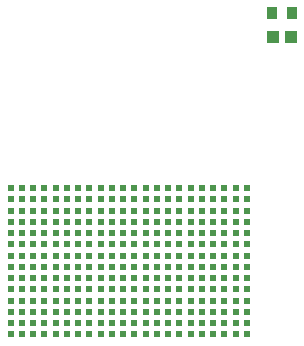
<source format=gtp>
G04 Layer: TopPasteMaskLayer*
G04 EasyEDA v6.5.34, 2023-09-20 23:46:50*
G04 f0f59a666a6c4c9db337fc43e0a80986,5a6b42c53f6a479593ecc07194224c93,10*
G04 Gerber Generator version 0.2*
G04 Scale: 100 percent, Rotated: No, Reflected: No *
G04 Dimensions in millimeters *
G04 leading zeros omitted , absolute positions ,4 integer and 5 decimal *
%FSLAX45Y45*%
%MOMM*%

%ADD10R,0.5500X0.5500*%
%ADD11R,1.0000X1.1000*%
%ADD12R,0.8999X1.0000*%

%LPD*%
D10*
G01*
X1930392Y4000492D03*
G01*
X2025413Y4000492D03*
G01*
X2025413Y4095513D03*
G01*
X1930392Y4095513D03*
G01*
X1930392Y3809992D03*
G01*
X2025413Y3809992D03*
G01*
X2025413Y3905013D03*
G01*
X1930392Y3905013D03*
G01*
X1930392Y3428992D03*
G01*
X2025413Y3428992D03*
G01*
X2025413Y3524013D03*
G01*
X1930392Y3524013D03*
G01*
X1930392Y3619492D03*
G01*
X2025413Y3619492D03*
G01*
X2025413Y3714513D03*
G01*
X1930392Y3714513D03*
G01*
X1930392Y3047992D03*
G01*
X2025413Y3047992D03*
G01*
X2025413Y3143013D03*
G01*
X1930392Y3143013D03*
G01*
X1930392Y3238492D03*
G01*
X2025413Y3238492D03*
G01*
X2025413Y3333513D03*
G01*
X1930392Y3333513D03*
G01*
X1930392Y2857492D03*
G01*
X2025413Y2857492D03*
G01*
X2025413Y2952513D03*
G01*
X1930392Y2952513D03*
G01*
X2120892Y2857492D03*
G01*
X2215913Y2857492D03*
G01*
X2215913Y2952513D03*
G01*
X2120892Y2952513D03*
G01*
X2120892Y3238492D03*
G01*
X2215913Y3238492D03*
G01*
X2215913Y3333513D03*
G01*
X2120892Y3333513D03*
G01*
X2120892Y3047992D03*
G01*
X2215913Y3047992D03*
G01*
X2215913Y3143013D03*
G01*
X2120892Y3143013D03*
G01*
X2120892Y3619492D03*
G01*
X2215913Y3619492D03*
G01*
X2215913Y3714513D03*
G01*
X2120892Y3714513D03*
G01*
X2120892Y3428992D03*
G01*
X2215913Y3428992D03*
G01*
X2215913Y3524013D03*
G01*
X2120892Y3524013D03*
G01*
X2120892Y3809992D03*
G01*
X2215913Y3809992D03*
G01*
X2215913Y3905013D03*
G01*
X2120892Y3905013D03*
G01*
X2120892Y4000492D03*
G01*
X2215913Y4000492D03*
G01*
X2215913Y4095513D03*
G01*
X2120892Y4095513D03*
G01*
X2311392Y2857492D03*
G01*
X2406413Y2857492D03*
G01*
X2406413Y2952513D03*
G01*
X2311392Y2952513D03*
G01*
X2311392Y3238492D03*
G01*
X2406413Y3238492D03*
G01*
X2406413Y3333513D03*
G01*
X2311392Y3333513D03*
G01*
X2311392Y3047992D03*
G01*
X2406413Y3047992D03*
G01*
X2406413Y3143013D03*
G01*
X2311392Y3143013D03*
G01*
X2311392Y3619492D03*
G01*
X2406413Y3619492D03*
G01*
X2406413Y3714513D03*
G01*
X2311392Y3714513D03*
G01*
X2311392Y3428992D03*
G01*
X2406413Y3428992D03*
G01*
X2406413Y3524013D03*
G01*
X2311392Y3524013D03*
G01*
X2311392Y3809992D03*
G01*
X2406413Y3809992D03*
G01*
X2406413Y3905013D03*
G01*
X2311392Y3905013D03*
G01*
X2311392Y4000492D03*
G01*
X2406413Y4000492D03*
G01*
X2406413Y4095513D03*
G01*
X2311392Y4095513D03*
G01*
X2501892Y2857492D03*
G01*
X2596913Y2857492D03*
G01*
X2596913Y2952513D03*
G01*
X2501892Y2952513D03*
G01*
X2501892Y3238492D03*
G01*
X2596913Y3238492D03*
G01*
X2596913Y3333513D03*
G01*
X2501892Y3333513D03*
G01*
X2501892Y3047992D03*
G01*
X2596913Y3047992D03*
G01*
X2596913Y3143013D03*
G01*
X2501892Y3143013D03*
G01*
X2501892Y3619492D03*
G01*
X2596913Y3619492D03*
G01*
X2596913Y3714513D03*
G01*
X2501892Y3714513D03*
G01*
X2501892Y3428992D03*
G01*
X2596913Y3428992D03*
G01*
X2596913Y3524013D03*
G01*
X2501892Y3524013D03*
G01*
X2501892Y3809992D03*
G01*
X2596913Y3809992D03*
G01*
X2596913Y3905013D03*
G01*
X2501892Y3905013D03*
G01*
X2501892Y4000492D03*
G01*
X2596913Y4000492D03*
G01*
X2596913Y4095513D03*
G01*
X2501892Y4095513D03*
G01*
X2692392Y2857492D03*
G01*
X2787413Y2857492D03*
G01*
X2787413Y2952513D03*
G01*
X2692392Y2952513D03*
G01*
X2692392Y3238492D03*
G01*
X2787413Y3238492D03*
G01*
X2787413Y3333513D03*
G01*
X2692392Y3333513D03*
G01*
X2692392Y3047992D03*
G01*
X2787413Y3047992D03*
G01*
X2787413Y3143013D03*
G01*
X2692392Y3143013D03*
G01*
X2692392Y3619492D03*
G01*
X2787413Y3619492D03*
G01*
X2787413Y3714513D03*
G01*
X2692392Y3714513D03*
G01*
X2692392Y3428992D03*
G01*
X2787413Y3428992D03*
G01*
X2787413Y3524013D03*
G01*
X2692392Y3524013D03*
G01*
X2692392Y3809992D03*
G01*
X2787413Y3809992D03*
G01*
X2787413Y3905013D03*
G01*
X2692392Y3905013D03*
G01*
X2692392Y4000492D03*
G01*
X2787413Y4000492D03*
G01*
X2787413Y4095513D03*
G01*
X2692392Y4095513D03*
G01*
X2882892Y2857492D03*
G01*
X2977913Y2857492D03*
G01*
X2977913Y2952513D03*
G01*
X2882892Y2952513D03*
G01*
X2882892Y3238492D03*
G01*
X2977913Y3238492D03*
G01*
X2977913Y3333513D03*
G01*
X2882892Y3333513D03*
G01*
X2882892Y3047992D03*
G01*
X2977913Y3047992D03*
G01*
X2977913Y3143013D03*
G01*
X2882892Y3143013D03*
G01*
X2882892Y3619492D03*
G01*
X2977913Y3619492D03*
G01*
X2977913Y3714513D03*
G01*
X2882892Y3714513D03*
G01*
X2882892Y3428992D03*
G01*
X2977913Y3428992D03*
G01*
X2977913Y3524013D03*
G01*
X2882892Y3524013D03*
G01*
X2882892Y3809992D03*
G01*
X2977913Y3809992D03*
G01*
X2977913Y3905013D03*
G01*
X2882892Y3905013D03*
G01*
X2882892Y4000492D03*
G01*
X2977913Y4000492D03*
G01*
X2977913Y4095513D03*
G01*
X2882892Y4095513D03*
G01*
X3835392Y4000492D03*
G01*
X3930413Y4000492D03*
G01*
X3930413Y4095513D03*
G01*
X3835392Y4095513D03*
G01*
X3835392Y3809992D03*
G01*
X3930413Y3809992D03*
G01*
X3930413Y3905013D03*
G01*
X3835392Y3905013D03*
G01*
X3835392Y3428992D03*
G01*
X3930413Y3428992D03*
G01*
X3930413Y3524013D03*
G01*
X3835392Y3524013D03*
G01*
X3835392Y3619492D03*
G01*
X3930413Y3619492D03*
G01*
X3930413Y3714513D03*
G01*
X3835392Y3714513D03*
G01*
X3835392Y3047992D03*
G01*
X3930413Y3047992D03*
G01*
X3930413Y3143013D03*
G01*
X3835392Y3143013D03*
G01*
X3835392Y3238492D03*
G01*
X3930413Y3238492D03*
G01*
X3930413Y3333513D03*
G01*
X3835392Y3333513D03*
G01*
X3835392Y2857492D03*
G01*
X3930413Y2857492D03*
G01*
X3930413Y2952513D03*
G01*
X3835392Y2952513D03*
G01*
X3644892Y4000492D03*
G01*
X3739913Y4000492D03*
G01*
X3739913Y4095513D03*
G01*
X3644892Y4095513D03*
G01*
X3644892Y3809992D03*
G01*
X3739913Y3809992D03*
G01*
X3739913Y3905013D03*
G01*
X3644892Y3905013D03*
G01*
X3644892Y3428992D03*
G01*
X3739913Y3428992D03*
G01*
X3739913Y3524013D03*
G01*
X3644892Y3524013D03*
G01*
X3644892Y3619492D03*
G01*
X3739913Y3619492D03*
G01*
X3739913Y3714513D03*
G01*
X3644892Y3714513D03*
G01*
X3644892Y3047992D03*
G01*
X3739913Y3047992D03*
G01*
X3739913Y3143013D03*
G01*
X3644892Y3143013D03*
G01*
X3644892Y3238492D03*
G01*
X3739913Y3238492D03*
G01*
X3739913Y3333513D03*
G01*
X3644892Y3333513D03*
G01*
X3644892Y2857492D03*
G01*
X3739913Y2857492D03*
G01*
X3739913Y2952513D03*
G01*
X3644892Y2952513D03*
G01*
X3454392Y4000492D03*
G01*
X3549413Y4000492D03*
G01*
X3549413Y4095513D03*
G01*
X3454392Y4095513D03*
G01*
X3454392Y3809992D03*
G01*
X3549413Y3809992D03*
G01*
X3549413Y3905013D03*
G01*
X3454392Y3905013D03*
G01*
X3454392Y3428992D03*
G01*
X3549413Y3428992D03*
G01*
X3549413Y3524013D03*
G01*
X3454392Y3524013D03*
G01*
X3454392Y3619492D03*
G01*
X3549413Y3619492D03*
G01*
X3549413Y3714513D03*
G01*
X3454392Y3714513D03*
G01*
X3454392Y3047992D03*
G01*
X3549413Y3047992D03*
G01*
X3549413Y3143013D03*
G01*
X3454392Y3143013D03*
G01*
X3454392Y3238492D03*
G01*
X3549413Y3238492D03*
G01*
X3549413Y3333513D03*
G01*
X3454392Y3333513D03*
G01*
X3454392Y2857492D03*
G01*
X3549413Y2857492D03*
G01*
X3549413Y2952513D03*
G01*
X3454392Y2952513D03*
G01*
X3263892Y4000492D03*
G01*
X3358913Y4000492D03*
G01*
X3358913Y4095513D03*
G01*
X3263892Y4095513D03*
G01*
X3263892Y3809992D03*
G01*
X3358913Y3809992D03*
G01*
X3358913Y3905013D03*
G01*
X3263892Y3905013D03*
G01*
X3263892Y3428992D03*
G01*
X3358913Y3428992D03*
G01*
X3358913Y3524013D03*
G01*
X3263892Y3524013D03*
G01*
X3263892Y3619492D03*
G01*
X3358913Y3619492D03*
G01*
X3358913Y3714513D03*
G01*
X3263892Y3714513D03*
G01*
X3263892Y3047992D03*
G01*
X3358913Y3047992D03*
G01*
X3358913Y3143013D03*
G01*
X3263892Y3143013D03*
G01*
X3263892Y3238492D03*
G01*
X3358913Y3238492D03*
G01*
X3358913Y3333513D03*
G01*
X3263892Y3333513D03*
G01*
X3263892Y2857492D03*
G01*
X3358913Y2857492D03*
G01*
X3358913Y2952513D03*
G01*
X3263892Y2952513D03*
G01*
X3073392Y2857492D03*
G01*
X3168413Y2857492D03*
G01*
X3168413Y2952513D03*
G01*
X3073392Y2952513D03*
G01*
X3073392Y3238492D03*
G01*
X3168413Y3238492D03*
G01*
X3168413Y3333513D03*
G01*
X3073392Y3333513D03*
G01*
X3073392Y3047992D03*
G01*
X3168413Y3047992D03*
G01*
X3168413Y3143013D03*
G01*
X3073392Y3143013D03*
G01*
X3073392Y3619492D03*
G01*
X3168413Y3619492D03*
G01*
X3168413Y3714513D03*
G01*
X3073392Y3714513D03*
G01*
X3073392Y3428992D03*
G01*
X3168413Y3428992D03*
G01*
X3168413Y3524013D03*
G01*
X3073392Y3524013D03*
G01*
X3073392Y3809992D03*
G01*
X3168413Y3809992D03*
G01*
X3168413Y3905013D03*
G01*
X3073392Y3905013D03*
G01*
X3073392Y4000492D03*
G01*
X3168413Y4000492D03*
G01*
X3168413Y4095513D03*
G01*
X3073392Y4095513D03*
D11*
G01*
X4149082Y5372092D03*
G01*
X4309076Y5372092D03*
D12*
G01*
X4144078Y5575292D03*
G01*
X4314080Y5575292D03*
M02*

</source>
